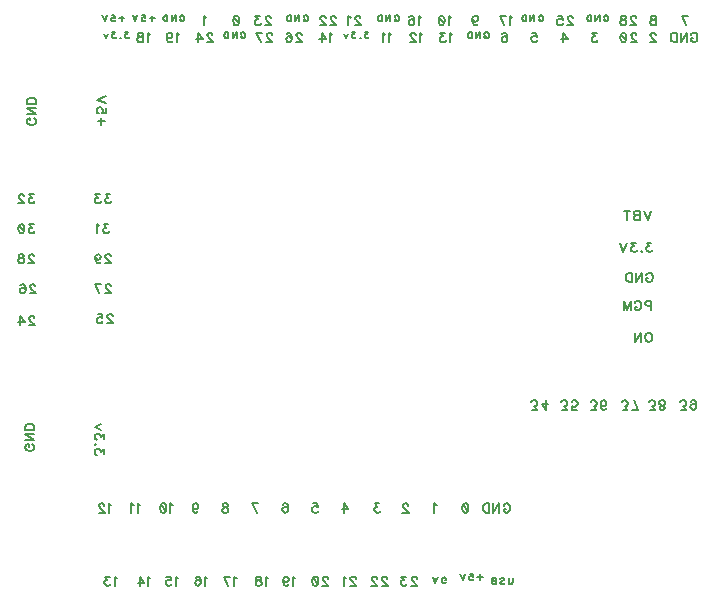
<source format=gbo>
G04 DipTrace 3.3.1.3*
G04 Teensy4RPIlike.gbo*
%MOIN*%
G04 #@! TF.FileFunction,Legend,Bot*
G04 #@! TF.Part,Single*
%ADD109C,0.007*%
%FSLAX26Y26*%
G04*
G70*
G90*
G75*
G01*
G04 BotSilk*
%LPD*%
X734333Y480060D2*
D109*
X731448Y481519D1*
X727137Y485797D1*
Y455686D1*
X710252Y485797D2*
X694500D1*
X703089Y474323D1*
X698778D1*
X695926Y472897D1*
X694500Y471471D1*
X693041Y467160D1*
Y464308D1*
X694500Y459997D1*
X697352Y457112D1*
X701663Y455686D1*
X705974D1*
X710252Y457112D1*
X711678Y458571D1*
X713137Y461423D1*
X846556Y480060D2*
X843671Y481519D1*
X839360Y485797D1*
Y455686D1*
X811001D2*
Y485797D1*
X825360Y465734D1*
X803838D1*
X938604Y480060D2*
X935719Y481519D1*
X931408Y485797D1*
Y455686D1*
X900197Y485797D2*
X914522D1*
X915948Y472897D1*
X914522Y474323D1*
X910211Y475782D1*
X905934D1*
X901623Y474323D1*
X898738Y471471D1*
X897312Y467160D1*
Y464308D1*
X898738Y459997D1*
X901623Y457112D1*
X905934Y455686D1*
X910211D1*
X914522Y457112D1*
X915948Y458571D1*
X917408Y461423D1*
X1035442Y480060D2*
X1032557Y481519D1*
X1028246Y485797D1*
Y455686D1*
X997035Y481519D2*
X998461Y484371D1*
X1002772Y485797D1*
X1005624D1*
X1009935Y484371D1*
X1012820Y480060D1*
X1014246Y472897D1*
Y465734D1*
X1012820Y459997D1*
X1009935Y457112D1*
X1005624Y455686D1*
X1004198D1*
X999920Y457112D1*
X997035Y459997D1*
X995609Y464308D1*
Y465734D1*
X997035Y470045D1*
X999920Y472897D1*
X1004198Y474323D1*
X1005624D1*
X1009935Y472897D1*
X1012820Y470045D1*
X1014246Y465734D1*
X1133740Y480060D2*
X1130855Y481519D1*
X1126544Y485797D1*
Y455686D1*
X1106807D2*
X1092448Y485797D1*
X1112544D1*
X1238254Y480060D2*
X1235369Y481519D1*
X1231058Y485797D1*
Y455686D1*
X1209895Y485797D2*
X1214173Y484371D1*
X1215632Y481519D1*
Y478634D1*
X1214173Y475782D1*
X1211321Y474323D1*
X1205584Y472897D1*
X1201273Y471471D1*
X1198421Y468586D1*
X1196995Y465734D1*
Y461423D1*
X1198421Y458571D1*
X1199847Y457112D1*
X1204158Y455686D1*
X1209895D1*
X1214173Y457112D1*
X1215632Y458571D1*
X1217058Y461423D1*
Y465734D1*
X1215632Y468586D1*
X1212747Y471471D1*
X1208469Y472897D1*
X1202732Y474323D1*
X1199847Y475782D1*
X1198421Y478634D1*
Y481519D1*
X1199847Y484371D1*
X1204158Y485797D1*
X1209895D1*
X1328876Y480060D2*
X1325991Y481519D1*
X1321680Y485797D1*
Y455686D1*
X1289010Y475782D2*
X1290469Y471471D1*
X1293321Y468586D1*
X1297632Y467160D1*
X1299058D1*
X1303369Y468586D1*
X1306221Y471471D1*
X1307680Y475782D1*
Y477208D1*
X1306221Y481519D1*
X1303369Y484371D1*
X1299058Y485797D1*
X1297632D1*
X1293321Y484371D1*
X1290469Y481519D1*
X1289010Y475782D1*
Y468586D1*
X1290469Y461423D1*
X1293321Y457112D1*
X1297632Y455686D1*
X1300484D1*
X1304795Y457112D1*
X1306221Y459997D1*
X1438614Y478634D2*
Y480060D1*
X1437188Y482945D1*
X1435762Y484371D1*
X1432877Y485797D1*
X1427140D1*
X1424288Y484371D1*
X1422862Y482945D1*
X1421403Y480060D1*
Y477208D1*
X1422862Y474323D1*
X1425714Y470045D1*
X1440073Y455686D1*
X1419977D1*
X1397355Y485797D2*
X1401666Y484371D1*
X1404551Y480060D1*
X1405977Y472897D1*
Y468586D1*
X1404551Y461423D1*
X1401666Y457112D1*
X1397355Y455686D1*
X1394503D1*
X1390192Y457112D1*
X1387340Y461423D1*
X1385881Y468586D1*
Y472897D1*
X1387340Y480060D1*
X1390192Y484371D1*
X1394503Y485797D1*
X1397355D1*
X1387340Y480060D2*
X1404551Y461423D1*
X1530662Y478634D2*
Y480060D1*
X1529236Y482945D1*
X1527810Y484371D1*
X1524925Y485797D1*
X1519188D1*
X1516336Y484371D1*
X1514910Y482945D1*
X1513451Y480060D1*
Y477208D1*
X1514910Y474323D1*
X1517762Y470045D1*
X1532121Y455686D1*
X1512025D1*
X1498025Y480060D2*
X1495140Y481519D1*
X1490829Y485797D1*
Y455686D1*
X1635610Y478634D2*
Y480060D1*
X1634184Y482945D1*
X1632758Y484371D1*
X1629873Y485797D1*
X1624136D1*
X1621284Y484371D1*
X1619858Y482945D1*
X1618399Y480060D1*
Y477208D1*
X1619858Y474323D1*
X1622710Y470045D1*
X1637069Y455686D1*
X1616973D1*
X1601514Y478634D2*
Y480060D1*
X1600088Y482945D1*
X1598662Y484371D1*
X1595777Y485797D1*
X1590040D1*
X1587188Y484371D1*
X1585762Y482945D1*
X1584303Y480060D1*
Y477208D1*
X1585762Y474323D1*
X1588614Y470045D1*
X1602973Y455686D1*
X1582877D1*
X2054036Y481543D2*
Y467195D1*
X2053086Y464321D1*
X2051162Y462420D1*
X2048288Y461447D1*
X2046387D1*
X2043513Y462420D1*
X2041590Y464321D1*
X2040639Y467195D1*
Y481543D1*
X2013242Y478669D2*
X2015143Y480592D1*
X2018017Y481543D1*
X2021842D1*
X2024716Y480592D1*
X2026639Y478669D1*
Y476768D1*
X2025666Y474844D1*
X2024716Y473894D1*
X2022814Y472943D1*
X2017066Y471020D1*
X2015143Y470069D1*
X2014192Y469096D1*
X2013242Y467195D1*
Y464321D1*
X2015143Y462420D1*
X2018017Y461447D1*
X2021842D1*
X2024716Y462420D1*
X2026639Y464321D1*
X1999242Y481543D2*
Y461447D1*
X1990620D1*
X1987746Y462420D1*
X1986795Y463371D1*
X1985844Y465272D1*
Y468146D1*
X1986795Y470069D1*
X1987746Y471020D1*
X1990620Y471970D1*
X1987746Y472943D1*
X1986795Y473894D1*
X1985844Y475795D1*
Y477718D1*
X1986795Y479620D1*
X1987746Y480592D1*
X1990620Y481543D1*
X1999242D1*
Y471970D2*
X1990620D1*
X1804487Y483641D2*
X1796816Y463545D1*
X1789166Y483641D1*
X1792040Y476942D2*
X1801613D1*
X1832835Y468320D2*
X1831884Y466419D1*
X1829961Y464495D1*
X1828060Y463545D1*
X1824235D1*
X1822312Y464495D1*
X1820410Y466419D1*
X1819438Y468320D1*
X1818487Y471194D1*
Y475991D1*
X1819438Y478843D1*
X1820411Y480767D1*
X1822312Y482668D1*
X1824235Y483641D1*
X1828060D1*
X1829961Y482668D1*
X1831884Y480767D1*
X1832835Y478843D1*
Y475991D1*
X1828060D1*
X1734308Y478634D2*
Y480060D1*
X1732882Y482945D1*
X1731456Y484371D1*
X1728571Y485797D1*
X1722834D1*
X1719982Y484371D1*
X1718556Y482945D1*
X1717097Y480060D1*
Y477208D1*
X1718556Y474323D1*
X1721408Y470045D1*
X1735767Y455686D1*
X1715671D1*
X1698786Y485797D2*
X1683034D1*
X1691623Y474323D1*
X1687312D1*
X1684460Y472897D1*
X1683034Y471471D1*
X1681575Y467160D1*
Y464308D1*
X1683034Y459997D1*
X1685886Y457112D1*
X1690197Y455686D1*
X1694508D1*
X1698786Y457112D1*
X1700212Y458571D1*
X1701671Y461423D1*
X1945060Y493251D2*
Y476029D1*
X1953660Y484629D2*
X1936438D1*
X1910964Y494677D2*
X1920515D1*
X1921465Y486077D1*
X1920515Y487028D1*
X1917641Y488001D1*
X1914789D1*
X1911915Y487028D1*
X1909991Y485127D1*
X1909041Y482253D1*
Y480351D1*
X1909991Y477477D1*
X1911915Y475554D1*
X1914789Y474603D1*
X1917641D1*
X1920515Y475554D1*
X1921465Y476527D1*
X1922438Y478428D1*
X1895041Y494699D2*
X1887391Y474603D1*
X1879742Y494699D1*
X1492385Y699411D2*
Y729521D1*
X1506744Y709459D1*
X1485222D1*
X1388026Y729521D2*
X1402352D1*
X1403778Y716622D1*
X1402352Y718047D1*
X1398041Y719507D1*
X1393763D1*
X1389452Y718047D1*
X1386567Y715196D1*
X1385141Y710885D1*
Y708033D1*
X1386567Y703722D1*
X1389452Y700837D1*
X1393763Y699411D1*
X1398041D1*
X1402352Y700837D1*
X1403778Y702296D1*
X1405237Y705148D1*
X1287945Y725244D2*
X1289371Y728095D1*
X1293682Y729521D1*
X1296534D1*
X1300845Y728095D1*
X1303730Y723784D1*
X1305156Y716622D1*
Y709459D1*
X1303730Y703722D1*
X1300845Y700837D1*
X1296534Y699411D1*
X1295108D1*
X1290830Y700837D1*
X1287945Y703722D1*
X1286519Y708033D1*
Y709459D1*
X1287945Y713770D1*
X1290830Y716622D1*
X1295108Y718047D1*
X1296534D1*
X1300845Y716622D1*
X1303730Y713770D1*
X1305156Y709459D1*
X1200795Y699411D2*
X1186436Y729521D1*
X1206532D1*
X1099288D2*
X1103565Y728095D1*
X1105025Y725244D1*
Y722358D1*
X1103565Y719507D1*
X1100714Y718047D1*
X1094977Y716622D1*
X1090666Y715196D1*
X1087814Y712310D1*
X1086388Y709459D1*
Y705148D1*
X1087814Y702296D1*
X1089240Y700837D1*
X1093551Y699411D1*
X1099288D1*
X1103565Y700837D1*
X1105025Y702296D1*
X1106451Y705148D1*
Y709459D1*
X1105025Y712310D1*
X1102139Y715196D1*
X1097862Y716622D1*
X1092125Y718047D1*
X1089240Y719507D1*
X1087814Y722358D1*
Y725244D1*
X1089240Y728095D1*
X1093551Y729521D1*
X1099288D1*
X987731Y719507D2*
X989191Y715196D1*
X992043Y712310D1*
X996354Y710885D1*
X997779D1*
X1002091Y712310D1*
X1004942Y715196D1*
X1006402Y719507D1*
Y720933D1*
X1004942Y725244D1*
X1002091Y728095D1*
X997779Y729521D1*
X996354D1*
X992043Y728095D1*
X989191Y725244D1*
X987731Y719507D1*
Y712310D1*
X989191Y705148D1*
X992043Y700837D1*
X996354Y699411D1*
X999205D1*
X1003516Y700837D1*
X1004942Y703722D1*
X920244Y723784D2*
X917359Y725244D1*
X913048Y729521D1*
Y699411D1*
X890426Y729521D2*
X894737Y728095D1*
X897622Y723784D1*
X899048Y716622D1*
Y712310D1*
X897622Y705148D1*
X894737Y700837D1*
X890426Y699411D1*
X887574D1*
X883263Y700837D1*
X880411Y705148D1*
X878952Y712310D1*
Y716622D1*
X880411Y723784D1*
X883263Y728095D1*
X887574Y729521D1*
X890426D1*
X880411Y723784D2*
X897622Y705148D1*
X811465Y723784D2*
X808580Y725244D1*
X804269Y729521D1*
Y699411D1*
X790269Y723784D2*
X787384Y725244D1*
X783073Y729521D1*
Y699411D1*
X715585Y723784D2*
X712700Y725244D1*
X708389Y729521D1*
Y699411D1*
X692930Y722358D2*
Y723784D1*
X691504Y726670D1*
X690078Y728095D1*
X687193Y729521D1*
X681456D1*
X678604Y728095D1*
X677178Y726670D1*
X675719Y723784D1*
Y720933D1*
X677178Y718047D1*
X680030Y713770D1*
X694389Y699411D1*
X674293D1*
X1610190Y729521D2*
X1594439D1*
X1603028Y718047D1*
X1598717D1*
X1595865Y716622D1*
X1594439Y715196D1*
X1592980Y710885D1*
Y708033D1*
X1594439Y703722D1*
X1597291Y700837D1*
X1601602Y699411D1*
X1605913D1*
X1610190Y700837D1*
X1611616Y702296D1*
X1613076Y705148D1*
X1705448Y722358D2*
Y723784D1*
X1704022Y726670D1*
X1702597Y728095D1*
X1699711Y729521D1*
X1693974D1*
X1691123Y728095D1*
X1689697Y726670D1*
X1688238Y723784D1*
Y720933D1*
X1689697Y718047D1*
X1692549Y713770D1*
X1706908Y699411D1*
X1686812D1*
X1800338Y723784D2*
X1797453Y725244D1*
X1793142Y729521D1*
Y699411D1*
X1898048Y729521D2*
X1902359Y728095D1*
X1905244Y723784D1*
X1906670Y716622D1*
Y712310D1*
X1905244Y705148D1*
X1902359Y700837D1*
X1898048Y699411D1*
X1895196D1*
X1890885Y700837D1*
X1888033Y705148D1*
X1886574Y712310D1*
Y716622D1*
X1888033Y723784D1*
X1890885Y728095D1*
X1895196Y729521D1*
X1898048D1*
X1888033Y723784D2*
X1905244Y705148D1*
X2023601Y722392D2*
X2025027Y725244D1*
X2027912Y728129D1*
X2030764Y729555D1*
X2036501D1*
X2039386Y728129D1*
X2042238Y725244D1*
X2043697Y722392D1*
X2045123Y718081D1*
Y710885D1*
X2043697Y706607D1*
X2042238Y703722D1*
X2039386Y700870D1*
X2036501Y699411D1*
X2030764D1*
X2027912Y700870D1*
X2025027Y703722D1*
X2023601Y706607D1*
Y710885D1*
X2030764D1*
X1989505Y729555D2*
Y699411D1*
X2009601Y729555D1*
Y699411D1*
X1975505Y729555D2*
Y699411D1*
X1965457D1*
X1961146Y700870D1*
X1958261Y703722D1*
X1956835Y706607D1*
X1955409Y710885D1*
Y718081D1*
X1956835Y722392D1*
X1958261Y725244D1*
X1961146Y728129D1*
X1965457Y729555D1*
X1975505D1*
X459707Y1347251D2*
Y1348677D1*
X458281Y1351562D1*
X456855Y1352988D1*
X453970Y1354414D1*
X448233D1*
X445381Y1352988D1*
X443955Y1351562D1*
X442496Y1348677D1*
Y1345825D1*
X443955Y1342940D1*
X446807Y1338662D1*
X461166Y1324303D1*
X441070D1*
X412711D2*
Y1354414D1*
X427070Y1334351D1*
X405548D1*
X720753Y1353500D2*
Y1354926D1*
X719327Y1357811D1*
X717901Y1359237D1*
X715016Y1360663D1*
X709279D1*
X706427Y1359237D1*
X705001Y1357811D1*
X703542Y1354926D1*
Y1352074D1*
X705001Y1349189D1*
X707853Y1344911D1*
X722212Y1330552D1*
X702116D1*
X670905Y1360663D2*
X685231D1*
X686657Y1347763D1*
X685231Y1349189D1*
X680920Y1350648D1*
X676642D1*
X672331Y1349189D1*
X669446Y1346337D1*
X668020Y1342026D1*
Y1339174D1*
X669446Y1334863D1*
X672331Y1331978D1*
X676642Y1330552D1*
X680920D1*
X685231Y1331978D1*
X686657Y1333437D1*
X688116Y1336289D1*
X463071Y1453490D2*
Y1454916D1*
X461645Y1457801D1*
X460219Y1459227D1*
X457334Y1460653D1*
X451597D1*
X448745Y1459227D1*
X447319Y1457801D1*
X445860Y1454916D1*
Y1452064D1*
X447319Y1449179D1*
X450171Y1444901D1*
X464530Y1430542D1*
X444434D1*
X413223Y1456375D2*
X414649Y1459227D1*
X418960Y1460653D1*
X421812D1*
X426123Y1459227D1*
X429008Y1454916D1*
X430434Y1447753D1*
Y1440590D1*
X429008Y1434853D1*
X426123Y1431968D1*
X421812Y1430542D1*
X420386D1*
X416108Y1431968D1*
X413223Y1434853D1*
X411797Y1439164D1*
Y1440590D1*
X413223Y1444901D1*
X416108Y1447753D1*
X420386Y1449179D1*
X421812D1*
X426123Y1447753D1*
X429008Y1444901D1*
X430434Y1440590D1*
X714504Y1453490D2*
Y1454916D1*
X713078Y1457801D1*
X711652Y1459227D1*
X708767Y1460653D1*
X703030D1*
X700178Y1459227D1*
X698752Y1457801D1*
X697293Y1454916D1*
Y1452064D1*
X698752Y1449179D1*
X701604Y1444901D1*
X715963Y1430542D1*
X695867D1*
X676130D2*
X661771Y1460653D1*
X681867D1*
X706427Y1660632D2*
X690675D1*
X699264Y1649158D1*
X694953D1*
X692101Y1647732D1*
X690675Y1646306D1*
X689216Y1641995D1*
Y1639143D1*
X690675Y1634832D1*
X693527Y1631947D1*
X697838Y1630521D1*
X702149D1*
X706427Y1631947D1*
X707853Y1633406D1*
X709312Y1636258D1*
X675216Y1654895D2*
X672331Y1656354D1*
X668020Y1660632D1*
Y1630521D1*
X457508Y1760540D2*
X441756D1*
X450345Y1749066D1*
X446034D1*
X443182Y1747640D1*
X441756Y1746214D1*
X440297Y1741903D1*
Y1739051D1*
X441756Y1734740D1*
X444608Y1731855D1*
X448919Y1730429D1*
X453230D1*
X457508Y1731855D1*
X458934Y1733314D1*
X460393Y1736166D1*
X424838Y1753377D2*
Y1754803D1*
X423412Y1757688D1*
X421986Y1759114D1*
X419101Y1760540D1*
X413364D1*
X410512Y1759114D1*
X409086Y1757688D1*
X407627Y1754803D1*
Y1751951D1*
X409086Y1749066D1*
X411938Y1744788D1*
X426297Y1730429D1*
X406201D1*
X713078Y1760621D2*
X697326D1*
X705915Y1749147D1*
X701604D1*
X698752Y1747721D1*
X697326Y1746295D1*
X695867Y1741984D1*
Y1739132D1*
X697326Y1734821D1*
X700178Y1731936D1*
X704489Y1730510D1*
X708800D1*
X713078Y1731936D1*
X714504Y1733395D1*
X715963Y1736247D1*
X678982Y1760621D2*
X663230D1*
X671819Y1749147D1*
X667508D1*
X664656Y1747721D1*
X663230Y1746295D1*
X661771Y1741984D1*
Y1739132D1*
X663230Y1734821D1*
X666082Y1731936D1*
X670393Y1730510D1*
X674704D1*
X678982Y1731936D1*
X680408Y1733395D1*
X681867Y1736247D1*
X458733Y1553479D2*
Y1554905D1*
X457307Y1557790D1*
X455881Y1559216D1*
X452996Y1560642D1*
X447259D1*
X444407Y1559216D1*
X442981Y1557790D1*
X441522Y1554905D1*
Y1552053D1*
X442981Y1549168D1*
X445833Y1544890D1*
X460192Y1530531D1*
X440096D1*
X418933Y1560642D2*
X423211Y1559216D1*
X424670Y1556364D1*
Y1553479D1*
X423211Y1550627D1*
X420359Y1549168D1*
X414622Y1547742D1*
X410311Y1546316D1*
X407459Y1543431D1*
X406033Y1540579D1*
Y1536268D1*
X407459Y1533416D1*
X408885Y1531957D1*
X413196Y1530531D1*
X418933D1*
X423211Y1531957D1*
X424670Y1533416D1*
X426096Y1536268D1*
Y1540579D1*
X424670Y1543431D1*
X421785Y1546316D1*
X417507Y1547742D1*
X411770Y1549168D1*
X408885Y1550627D1*
X407459Y1553479D1*
Y1556364D1*
X408885Y1559216D1*
X413196Y1560642D1*
X418933D1*
X714017Y1553479D2*
Y1554905D1*
X712591Y1557790D1*
X711166Y1559216D1*
X708280Y1560642D1*
X702543D1*
X699692Y1559216D1*
X698266Y1557790D1*
X696807Y1554905D1*
Y1552053D1*
X698266Y1549168D1*
X701118Y1544890D1*
X715477Y1530531D1*
X695381D1*
X662710Y1550627D2*
X664170Y1546316D1*
X667022Y1543431D1*
X671333Y1542005D1*
X672758D1*
X677070Y1543431D1*
X679921Y1546316D1*
X681381Y1550627D1*
Y1552053D1*
X679921Y1556364D1*
X677070Y1559216D1*
X672758Y1560642D1*
X671333D1*
X667022Y1559216D1*
X664170Y1556364D1*
X662710Y1550627D1*
Y1543431D1*
X664170Y1536268D1*
X667022Y1531957D1*
X671333Y1530531D1*
X674184D1*
X678495Y1531957D1*
X679921Y1534842D1*
X457508Y1660550D2*
X441756D1*
X450345Y1649076D1*
X446034D1*
X443182Y1647650D1*
X441756Y1646224D1*
X440297Y1641913D1*
Y1639061D1*
X441756Y1634750D1*
X444608Y1631865D1*
X448919Y1630439D1*
X453230D1*
X457508Y1631865D1*
X458934Y1633325D1*
X460393Y1636176D1*
X417675Y1660550D2*
X421986Y1659124D1*
X424871Y1654813D1*
X426297Y1647650D1*
Y1643339D1*
X424871Y1636176D1*
X421986Y1631865D1*
X417675Y1630439D1*
X414823D1*
X410512Y1631865D1*
X407660Y1636176D1*
X406201Y1643339D1*
Y1647650D1*
X407660Y1654813D1*
X410512Y1659124D1*
X414823Y1660550D1*
X417675D1*
X407660Y1654813D2*
X424871Y1636176D1*
X2510027Y1298245D2*
X2512912Y1296819D1*
X2515764Y1293934D1*
X2517223Y1291082D1*
X2518649Y1286771D1*
Y1279575D1*
X2517223Y1275297D1*
X2515764Y1272412D1*
X2512912Y1269560D1*
X2510027Y1268101D1*
X2504290D1*
X2501438Y1269560D1*
X2498553Y1272412D1*
X2497127Y1275297D1*
X2495702Y1279575D1*
Y1286771D1*
X2497127Y1291082D1*
X2498553Y1293934D1*
X2501438Y1296819D1*
X2504290Y1298245D1*
X2510027D1*
X2461606D2*
Y1268101D1*
X2481702Y1298245D1*
Y1268101D1*
X2516675Y1388699D2*
X2503742D1*
X2499464Y1390125D1*
X2498005Y1391584D1*
X2496579Y1394436D1*
Y1398747D1*
X2498005Y1401599D1*
X2499464Y1403058D1*
X2503742Y1404484D1*
X2516675D1*
Y1374340D1*
X2461057Y1397321D2*
X2462483Y1400173D1*
X2465368Y1403058D1*
X2468220Y1404484D1*
X2473957D1*
X2476842Y1403058D1*
X2479694Y1400173D1*
X2481153Y1397321D1*
X2482579Y1393010D1*
Y1385814D1*
X2481153Y1381536D1*
X2479694Y1378651D1*
X2476842Y1375799D1*
X2473957Y1374340D1*
X2468220D1*
X2465368Y1375799D1*
X2462483Y1378651D1*
X2461057Y1381536D1*
Y1385814D1*
X2468220D1*
X2424109Y1374340D2*
Y1404484D1*
X2435583Y1374340D1*
X2447057Y1404484D1*
Y1374340D1*
X2516751Y1598180D2*
X2500999D1*
X2509588Y1586706D1*
X2505277D1*
X2502425Y1585280D1*
X2500999Y1583854D1*
X2499540Y1579543D1*
Y1576691D1*
X2500999Y1572380D1*
X2503851Y1569495D1*
X2508162Y1568069D1*
X2512473D1*
X2516751Y1569495D1*
X2518177Y1570954D1*
X2519636Y1573806D1*
X2484114Y1570954D2*
X2485540Y1569495D1*
X2484114Y1568069D1*
X2482655Y1569495D1*
X2484114Y1570954D1*
X2465770Y1598180D2*
X2450018D1*
X2458607Y1586706D1*
X2454296D1*
X2451444Y1585280D1*
X2450018Y1583854D1*
X2448559Y1579543D1*
Y1576691D1*
X2450018Y1572380D1*
X2452870Y1569495D1*
X2457181Y1568069D1*
X2461492D1*
X2465770Y1569495D1*
X2467196Y1570954D1*
X2468655Y1573806D1*
X2434559Y1598213D2*
X2423085Y1568069D1*
X2411611Y1598213D1*
X2515249Y1704452D2*
X2503775Y1674308D1*
X2492301Y1704452D1*
X2478301D2*
Y1674308D1*
X2465368D1*
X2461057Y1675767D1*
X2459631Y1677193D1*
X2458205Y1680045D1*
Y1684356D1*
X2459631Y1687241D1*
X2461057Y1688667D1*
X2465368Y1690093D1*
X2461057Y1691552D1*
X2459631Y1692978D1*
X2458205Y1695830D1*
Y1698715D1*
X2459631Y1701567D1*
X2461057Y1703026D1*
X2465368Y1704452D1*
X2478301D1*
Y1690093D2*
X2465368D1*
X2434157Y1704452D2*
Y1674308D1*
X2444205Y1704452D2*
X2424109D1*
X2499490Y1491061D2*
X2500916Y1493913D1*
X2503801Y1496798D1*
X2506653Y1498224D1*
X2512390D1*
X2515275Y1496798D1*
X2518127Y1493913D1*
X2519586Y1491061D1*
X2521012Y1486750D1*
Y1479554D1*
X2519586Y1475276D1*
X2518127Y1472391D1*
X2515275Y1469539D1*
X2512390Y1468080D1*
X2506653D1*
X2503801Y1469539D1*
X2500916Y1472391D1*
X2499490Y1475276D1*
Y1479554D1*
X2506653D1*
X2465394Y1498224D2*
Y1468080D1*
X2485490Y1498224D1*
Y1468080D1*
X2451394Y1498224D2*
Y1468080D1*
X2441346D1*
X2437035Y1469539D1*
X2434150Y1472391D1*
X2432724Y1475276D1*
X2431298Y1479554D1*
Y1486750D1*
X2432724Y1491061D1*
X2434150Y1493913D1*
X2437035Y1496798D1*
X2441346Y1498224D1*
X2451394D1*
X2119215Y1042679D2*
X2134967D1*
X2126378Y1054153D1*
X2130689D1*
X2133541Y1055579D1*
X2134967Y1057005D1*
X2136426Y1061316D1*
Y1064168D1*
X2134967Y1068479D1*
X2132115Y1071364D1*
X2127804Y1072790D1*
X2123493D1*
X2119215Y1071364D1*
X2117789Y1069905D1*
X2116330Y1067053D1*
X2164785Y1072790D2*
Y1042679D1*
X2150426Y1062742D1*
X2171948D1*
X2219111Y1042679D2*
X2234863D1*
X2226274Y1054153D1*
X2230585D1*
X2233437Y1055579D1*
X2234863Y1057005D1*
X2236322Y1061316D1*
Y1064168D1*
X2234863Y1068479D1*
X2232011Y1071364D1*
X2227700Y1072790D1*
X2223389D1*
X2219111Y1071364D1*
X2217685Y1069905D1*
X2216226Y1067053D1*
X2267533Y1042679D2*
X2253207D1*
X2251781Y1055579D1*
X2253207Y1054153D1*
X2257518Y1052694D1*
X2261796D1*
X2266107Y1054153D1*
X2268992Y1057005D1*
X2270418Y1061316D1*
Y1064168D1*
X2268992Y1068479D1*
X2266107Y1071364D1*
X2261796Y1072790D1*
X2257518D1*
X2253207Y1071364D1*
X2251781Y1069905D1*
X2250322Y1067053D1*
X2316654Y1042679D2*
X2332406D1*
X2323817Y1054153D1*
X2328128D1*
X2330980Y1055579D1*
X2332406Y1057005D1*
X2333865Y1061316D1*
Y1064168D1*
X2332406Y1068479D1*
X2329554Y1071364D1*
X2325243Y1072790D1*
X2320932D1*
X2316654Y1071364D1*
X2315228Y1069905D1*
X2313769Y1067053D1*
X2365076Y1046957D2*
X2363650Y1044105D1*
X2359339Y1042679D1*
X2356487D1*
X2352176Y1044105D1*
X2349291Y1048416D1*
X2347865Y1055579D1*
Y1062742D1*
X2349291Y1068479D1*
X2352176Y1071364D1*
X2356487Y1072790D1*
X2357913D1*
X2362191Y1071364D1*
X2365076Y1068479D1*
X2366502Y1064168D1*
Y1062742D1*
X2365076Y1058431D1*
X2362191Y1055579D1*
X2357913Y1054153D1*
X2356487D1*
X2352176Y1055579D1*
X2349291Y1058431D1*
X2347865Y1062742D1*
X2420364Y1042679D2*
X2436116D1*
X2427527Y1054153D1*
X2431838D1*
X2434690Y1055579D1*
X2436116Y1057005D1*
X2437575Y1061316D1*
Y1064168D1*
X2436116Y1068479D1*
X2433264Y1071364D1*
X2428953Y1072790D1*
X2424642D1*
X2420364Y1071364D1*
X2418938Y1069905D1*
X2417479Y1067053D1*
X2457312Y1072790D2*
X2471671Y1042679D1*
X2451575D1*
X2511564D2*
X2527316D1*
X2518727Y1054153D1*
X2523038D1*
X2525890Y1055579D1*
X2527316Y1057005D1*
X2528775Y1061316D1*
Y1064168D1*
X2527316Y1068479D1*
X2524464Y1071364D1*
X2520153Y1072790D1*
X2515842D1*
X2511564Y1071364D1*
X2510138Y1069905D1*
X2508679Y1067053D1*
X2549938Y1042679D2*
X2545660Y1044105D1*
X2544201Y1046957D1*
Y1049842D1*
X2545660Y1052694D1*
X2548512Y1054153D1*
X2554249Y1055579D1*
X2558560Y1057005D1*
X2561412Y1059890D1*
X2562838Y1062742D1*
Y1067053D1*
X2561412Y1069905D1*
X2559986Y1071364D1*
X2555675Y1072790D1*
X2549938D1*
X2545660Y1071364D1*
X2544201Y1069905D1*
X2542775Y1067053D1*
Y1062742D1*
X2544201Y1059890D1*
X2547086Y1057005D1*
X2551364Y1055579D1*
X2557101Y1054153D1*
X2559986Y1052694D1*
X2561412Y1049842D1*
Y1046957D1*
X2559986Y1044105D1*
X2555675Y1042679D1*
X2549938D1*
X2615664D2*
X2631416D1*
X2622827Y1054153D1*
X2627138D1*
X2629990Y1055579D1*
X2631416Y1057005D1*
X2632875Y1061316D1*
Y1064168D1*
X2631416Y1068479D1*
X2628564Y1071364D1*
X2624253Y1072790D1*
X2619942D1*
X2615664Y1071364D1*
X2614238Y1069905D1*
X2612779Y1067053D1*
X2665545Y1052694D2*
X2664086Y1057005D1*
X2661234Y1059890D1*
X2656923Y1061316D1*
X2655497D1*
X2651186Y1059890D1*
X2648334Y1057005D1*
X2646875Y1052694D1*
Y1051268D1*
X2648334Y1046957D1*
X2651186Y1044105D1*
X2655497Y1042679D1*
X2656923D1*
X2661234Y1044105D1*
X2664086Y1046957D1*
X2665545Y1052694D1*
Y1059890D1*
X2664086Y1067053D1*
X2661234Y1071364D1*
X2656923Y1072790D1*
X2654071D1*
X2649760Y1071364D1*
X2648334Y1068479D1*
X2223558Y2267996D2*
Y2298107D1*
X2237917Y2278044D1*
X2216396D1*
X2119199Y2298107D2*
X2133525D1*
X2134951Y2285207D1*
X2133525Y2286633D1*
X2129214Y2288092D1*
X2124936D1*
X2120625Y2286633D1*
X2117740Y2283781D1*
X2116314Y2279470D1*
Y2276618D1*
X2117740Y2272307D1*
X2120625Y2269422D1*
X2124936Y2267996D1*
X2129214D1*
X2133525Y2269422D1*
X2134951Y2270881D1*
X2136410Y2273733D1*
X2019118Y2293829D2*
X2020544Y2296681D1*
X2024855Y2298107D1*
X2027707D1*
X2032018Y2296681D1*
X2034903Y2292370D1*
X2036329Y2285207D1*
Y2278044D1*
X2034903Y2272307D1*
X2032018Y2269422D1*
X2027707Y2267996D1*
X2026281D1*
X2022003Y2269422D1*
X2019118Y2272307D1*
X2017692Y2276618D1*
Y2278044D1*
X2019118Y2282355D1*
X2022003Y2285207D1*
X2026281Y2286633D1*
X2027707D1*
X2032018Y2285207D1*
X2034903Y2282355D1*
X2036329Y2278044D1*
X2631895Y2324240D2*
X2617536Y2354351D1*
X2637632D1*
X2526160D2*
X2530438Y2352925D1*
X2531897Y2350073D1*
Y2347188D1*
X2530438Y2344336D1*
X2527586Y2342877D1*
X2521849Y2341451D1*
X2517538Y2340025D1*
X2514686Y2337140D1*
X2513260Y2334288D1*
Y2329977D1*
X2514686Y2327125D1*
X2516112Y2325666D1*
X2520423Y2324240D1*
X2526160D1*
X2530438Y2325666D1*
X2531897Y2327125D1*
X2533323Y2329977D1*
Y2334288D1*
X2531897Y2337140D1*
X2529012Y2340025D1*
X2524734Y2341451D1*
X2518997Y2342877D1*
X2516112Y2344336D1*
X2514686Y2347188D1*
Y2350073D1*
X2516112Y2352925D1*
X2520423Y2354351D1*
X2526160D1*
X1920112Y2344336D2*
X1921571Y2340025D1*
X1924423Y2337140D1*
X1928734Y2335714D1*
X1930160D1*
X1934471Y2337140D1*
X1937323Y2340025D1*
X1938782Y2344336D1*
Y2345762D1*
X1937323Y2350073D1*
X1934471Y2352925D1*
X1930160Y2354351D1*
X1928734D1*
X1924423Y2352925D1*
X1921571Y2350073D1*
X1920112Y2344336D1*
Y2337140D1*
X1921571Y2329977D1*
X1924423Y2325666D1*
X1928734Y2324240D1*
X1931586D1*
X1935897Y2325666D1*
X1937323Y2328551D1*
X1848398Y2348614D2*
X1845513Y2350073D1*
X1841202Y2354351D1*
Y2324240D1*
X1818579Y2354351D2*
X1822890Y2352925D1*
X1825776Y2348614D1*
X1827202Y2341451D1*
Y2337140D1*
X1825776Y2329977D1*
X1822890Y2325666D1*
X1818579Y2324240D1*
X1815728D1*
X1811417Y2325666D1*
X1808565Y2329977D1*
X1807106Y2337140D1*
Y2341451D1*
X1808565Y2348614D1*
X1811417Y2352925D1*
X1815728Y2354351D1*
X1818579D1*
X1808565Y2348614D2*
X1825776Y2329977D1*
X1648877Y2292370D2*
X1645992Y2293829D1*
X1641681Y2298107D1*
Y2267996D1*
X1627681Y2292370D2*
X1624796Y2293829D1*
X1620485Y2298107D1*
Y2267996D1*
X1752976Y2292370D2*
X1750091Y2293829D1*
X1745780Y2298107D1*
Y2267996D1*
X1730321Y2290944D2*
Y2292370D1*
X1728895Y2295255D1*
X1727469Y2296681D1*
X1724584Y2298107D1*
X1718847D1*
X1715995Y2296681D1*
X1714569Y2295255D1*
X1713110Y2292370D1*
Y2289518D1*
X1714569Y2286633D1*
X1717421Y2282355D1*
X1731780Y2267996D1*
X1711684D1*
X2335114Y2298107D2*
X2319363D1*
X2327951Y2286633D1*
X2323640D1*
X2320788Y2285207D1*
X2319363Y2283781D1*
X2317903Y2279470D1*
Y2276618D1*
X2319363Y2272307D1*
X2322214Y2269422D1*
X2326525Y2267996D1*
X2330836D1*
X2335114Y2269422D1*
X2336540Y2270881D1*
X2337999Y2273733D1*
X2530362Y2290944D2*
Y2292370D1*
X2528936Y2295255D1*
X2527510Y2296681D1*
X2524625Y2298107D1*
X2518888D1*
X2516036Y2296681D1*
X2514610Y2295255D1*
X2513151Y2292370D1*
Y2289518D1*
X2514610Y2286633D1*
X2517462Y2282355D1*
X2531821Y2267996D1*
X2511725D1*
X1031693Y2348614D2*
X1028808Y2350073D1*
X1024497Y2354351D1*
Y2324240D1*
X1133628Y2354351D2*
X1137939Y2352925D1*
X1140824Y2348614D1*
X1142250Y2341451D1*
Y2337140D1*
X1140824Y2329977D1*
X1137939Y2325666D1*
X1133628Y2324240D1*
X1130776D1*
X1126465Y2325666D1*
X1123613Y2329977D1*
X1122154Y2337140D1*
Y2341451D1*
X1123613Y2348614D1*
X1126465Y2352925D1*
X1130776Y2354351D1*
X1133628D1*
X1123613Y2348614D2*
X1140824Y2329977D1*
X2648535Y2290977D2*
X2649961Y2293829D1*
X2652846Y2296714D1*
X2655698Y2298140D1*
X2661435D1*
X2664320Y2296714D1*
X2667172Y2293829D1*
X2668631Y2290977D1*
X2670057Y2286666D1*
Y2279470D1*
X2668631Y2275192D1*
X2667172Y2272307D1*
X2664320Y2269455D1*
X2661435Y2267996D1*
X2655698D1*
X2652846Y2269455D1*
X2649961Y2272307D1*
X2648535Y2275192D1*
Y2279470D1*
X2655698D1*
X2614439Y2298140D2*
Y2267996D1*
X2634535Y2298140D1*
Y2267996D1*
X2600439Y2298140D2*
Y2267996D1*
X2590391D1*
X2586080Y2269455D1*
X2583195Y2272307D1*
X2581769Y2275192D1*
X2580343Y2279470D1*
Y2286666D1*
X2581769Y2290977D1*
X2583195Y2293829D1*
X2586080Y2296714D1*
X2590391Y2298140D1*
X2600439D1*
X1852966Y2292370D2*
X1850081Y2293829D1*
X1845770Y2298107D1*
Y2267996D1*
X1828885Y2298107D2*
X1813133D1*
X1821722Y2286633D1*
X1817411D1*
X1814559Y2285207D1*
X1813133Y2283781D1*
X1811674Y2279470D1*
Y2276618D1*
X1813133Y2272307D1*
X1815985Y2269422D1*
X1820296Y2267996D1*
X1824607D1*
X1828885Y2269422D1*
X1830311Y2270881D1*
X1831770Y2273733D1*
X1452742Y2292370D2*
X1449857Y2293829D1*
X1445546Y2298107D1*
Y2267996D1*
X1417187D2*
Y2298107D1*
X1431546Y2278044D1*
X1410024D1*
X1747890Y2348614D2*
X1745005Y2350073D1*
X1740694Y2354351D1*
Y2324240D1*
X1709483Y2350073D2*
X1710909Y2352925D1*
X1715220Y2354351D1*
X1718072D1*
X1722383Y2352925D1*
X1725268Y2348614D1*
X1726694Y2341451D1*
Y2334288D1*
X1725268Y2328551D1*
X1722383Y2325666D1*
X1718072Y2324240D1*
X1716646D1*
X1712368Y2325666D1*
X1709483Y2328551D1*
X1708057Y2332862D1*
Y2334288D1*
X1709483Y2338599D1*
X1712368Y2341451D1*
X1716646Y2342877D1*
X1718072D1*
X1722383Y2341451D1*
X1725268Y2338599D1*
X1726694Y2334288D1*
X2051789Y2348614D2*
X2048904Y2350073D1*
X2044593Y2354351D1*
Y2324240D1*
X2024856D2*
X2010497Y2354351D1*
X2030593D1*
X844546Y2292370D2*
X841660Y2293829D1*
X837349Y2298107D1*
Y2267996D1*
X816187Y2298107D2*
X820464Y2296681D1*
X821924Y2293829D1*
Y2290944D1*
X820464Y2288092D1*
X817612Y2286633D1*
X811875Y2285207D1*
X807564Y2283781D1*
X804713Y2280896D1*
X803287Y2278044D1*
Y2273733D1*
X804713Y2270881D1*
X806139Y2269422D1*
X810450Y2267996D1*
X816187D1*
X820464Y2269422D1*
X821924Y2270881D1*
X823349Y2273733D1*
Y2278044D1*
X821924Y2280896D1*
X819038Y2283781D1*
X814761Y2285207D1*
X809024Y2286633D1*
X806139Y2288092D1*
X804713Y2290944D1*
Y2293829D1*
X806139Y2296681D1*
X810450Y2298107D1*
X816187D1*
X941417Y2292370D2*
X938531Y2293829D1*
X934220Y2298107D1*
Y2267996D1*
X901550Y2288092D2*
X903010Y2283781D1*
X905861Y2280896D1*
X910172Y2279470D1*
X911598D1*
X915909Y2280896D1*
X918761Y2283781D1*
X920220Y2288092D1*
Y2289518D1*
X918761Y2293829D1*
X915909Y2296681D1*
X911598Y2298107D1*
X910172D1*
X905861Y2296681D1*
X903010Y2293829D1*
X901550Y2288092D1*
Y2280896D1*
X903010Y2273733D1*
X905861Y2269422D1*
X910172Y2267996D1*
X913024D1*
X917335Y2269422D1*
X918761Y2272307D1*
X2466048Y2290944D2*
Y2292370D1*
X2464622Y2295255D1*
X2463196Y2296681D1*
X2460311Y2298107D1*
X2454574D1*
X2451723Y2296681D1*
X2450297Y2295255D1*
X2448837Y2292370D1*
Y2289518D1*
X2450297Y2286633D1*
X2453148Y2282355D1*
X2467507Y2267996D1*
X2447411D1*
X2424789Y2298107D2*
X2429100Y2296681D1*
X2431986Y2292370D1*
X2433411Y2285207D1*
Y2280896D1*
X2431986Y2273733D1*
X2429100Y2269422D1*
X2424789Y2267996D1*
X2421938D1*
X2417627Y2269422D1*
X2414775Y2273733D1*
X2413315Y2280896D1*
Y2285207D1*
X2414775Y2292370D1*
X2417627Y2296681D1*
X2421938Y2298107D1*
X2424789D1*
X2414775Y2292370D2*
X2431986Y2273733D1*
X1546475Y2347188D2*
Y2348614D1*
X1545049Y2351499D1*
X1543623Y2352925D1*
X1540738Y2354351D1*
X1535001D1*
X1532149Y2352925D1*
X1530723Y2351499D1*
X1529264Y2348614D1*
Y2345762D1*
X1530723Y2342877D1*
X1533575Y2338599D1*
X1547934Y2324240D1*
X1527838D1*
X1513838Y2348614D2*
X1510953Y2350073D1*
X1506642Y2354351D1*
Y2324240D1*
X1464716Y2347188D2*
Y2348614D1*
X1463290Y2351499D1*
X1461864Y2352925D1*
X1458979Y2354351D1*
X1453242D1*
X1450390Y2352925D1*
X1448965Y2351499D1*
X1447505Y2348614D1*
Y2345762D1*
X1448965Y2342877D1*
X1451816Y2338599D1*
X1466175Y2324240D1*
X1446079D1*
X1430620Y2347188D2*
Y2348614D1*
X1429194Y2351499D1*
X1427768Y2352925D1*
X1424883Y2354351D1*
X1419146D1*
X1416294Y2352925D1*
X1414869Y2351499D1*
X1413409Y2348614D1*
Y2345762D1*
X1414869Y2342877D1*
X1417720Y2338599D1*
X1432079Y2324240D1*
X1411983D1*
X1247949Y2347188D2*
Y2348614D1*
X1246523Y2351499D1*
X1245097Y2352925D1*
X1242212Y2354351D1*
X1236475D1*
X1233623Y2352925D1*
X1232197Y2351499D1*
X1230738Y2348614D1*
Y2345762D1*
X1232197Y2342877D1*
X1235049Y2338599D1*
X1249408Y2324240D1*
X1229312D1*
X1212427Y2354351D2*
X1196675D1*
X1205264Y2342877D1*
X1200953D1*
X1198101Y2341451D1*
X1196675Y2340025D1*
X1195216Y2335714D1*
Y2332862D1*
X1196675Y2328551D1*
X1199527Y2325666D1*
X1203838Y2324240D1*
X1208149D1*
X1212427Y2325666D1*
X1213853Y2327125D1*
X1215312Y2329977D1*
X751435Y2355556D2*
Y2338334D1*
X760035Y2346934D2*
X742813D1*
X717339Y2356982D2*
X726890D1*
X727841Y2348382D1*
X726890Y2349332D1*
X724016Y2350305D1*
X721164D1*
X718290Y2349332D1*
X716367Y2347431D1*
X715416Y2344557D1*
Y2342656D1*
X716367Y2339782D1*
X718290Y2337858D1*
X721164Y2336908D1*
X724016D1*
X726890Y2337858D1*
X727841Y2338831D1*
X728813Y2340732D1*
X701416Y2357004D2*
X693767Y2336908D1*
X686117Y2357004D1*
X853321Y2355556D2*
Y2338334D1*
X861921Y2346934D2*
X844699D1*
X819225Y2356982D2*
X828776D1*
X829726Y2348382D1*
X828776Y2349332D1*
X825902Y2350305D1*
X823050D1*
X820176Y2349332D1*
X818252Y2347431D1*
X817302Y2344557D1*
Y2342656D1*
X818252Y2339782D1*
X820176Y2337858D1*
X823050Y2336908D1*
X825902D1*
X828776Y2337858D1*
X829726Y2338831D1*
X830699Y2340732D1*
X803302Y2357004D2*
X795652Y2336908D1*
X788003Y2357004D1*
X1357168Y2352228D2*
X1358119Y2354130D1*
X1360042Y2356053D1*
X1361943Y2357004D1*
X1365768D1*
X1367691Y2356053D1*
X1369592Y2354130D1*
X1370565Y2352228D1*
X1371516Y2349354D1*
Y2344557D1*
X1370565Y2341705D1*
X1369592Y2339782D1*
X1367691Y2337880D1*
X1365768Y2336908D1*
X1361943D1*
X1360042Y2337880D1*
X1358119Y2339782D1*
X1357168Y2341705D1*
Y2344557D1*
X1361943D1*
X1329771Y2357004D2*
Y2336908D1*
X1343168Y2357004D1*
Y2336908D1*
X1315771Y2357004D2*
Y2336908D1*
X1309072D1*
X1306198Y2337880D1*
X1304275Y2339782D1*
X1303324Y2341705D1*
X1302373Y2344557D1*
Y2349354D1*
X1303324Y2352228D1*
X1304275Y2354130D1*
X1306198Y2356053D1*
X1309072Y2357004D1*
X1315771D1*
X2140802Y2352228D2*
X2141752Y2354130D1*
X2143676Y2356053D1*
X2145577Y2357004D1*
X2149402D1*
X2151325Y2356053D1*
X2153226Y2354130D1*
X2154199Y2352228D1*
X2155150Y2349354D1*
Y2344557D1*
X2154199Y2341705D1*
X2153226Y2339782D1*
X2151325Y2337880D1*
X2149402Y2336908D1*
X2145577D1*
X2143676Y2337880D1*
X2141752Y2339782D1*
X2140802Y2341705D1*
Y2344557D1*
X2145577D1*
X2113404Y2357004D2*
Y2336908D1*
X2126802Y2357004D1*
Y2336908D1*
X2099404Y2357004D2*
Y2336908D1*
X2092706D1*
X2089832Y2337880D1*
X2087908Y2339782D1*
X2086958Y2341705D1*
X2086007Y2344557D1*
Y2349354D1*
X2086958Y2352228D1*
X2087908Y2354130D1*
X2089832Y2356053D1*
X2092706Y2357004D1*
X2099404D1*
X1960209Y2295984D2*
X1961159Y2297886D1*
X1963083Y2299809D1*
X1964984Y2300760D1*
X1968809D1*
X1970732Y2299809D1*
X1972633Y2297886D1*
X1973606Y2295984D1*
X1974557Y2293110D1*
Y2288313D1*
X1973606Y2285461D1*
X1972633Y2283538D1*
X1970732Y2281636D1*
X1968809Y2280664D1*
X1964984D1*
X1963083Y2281636D1*
X1961159Y2283538D1*
X1960209Y2285461D1*
Y2288313D1*
X1964984D1*
X1932811Y2300760D2*
Y2280664D1*
X1946209Y2300760D1*
Y2280664D1*
X1918811Y2300760D2*
Y2280664D1*
X1912113D1*
X1909239Y2281636D1*
X1907315Y2283538D1*
X1906365Y2285461D1*
X1905414Y2288313D1*
Y2293110D1*
X1906365Y2295984D1*
X1907315Y2297886D1*
X1909239Y2299809D1*
X1912113Y2300760D1*
X1918811D1*
X944684Y2352228D2*
X945634Y2354130D1*
X947558Y2356053D1*
X949459Y2357004D1*
X953284D1*
X955207Y2356053D1*
X957108Y2354130D1*
X958081Y2352228D1*
X959032Y2349354D1*
Y2344557D1*
X958081Y2341705D1*
X957108Y2339782D1*
X955207Y2337880D1*
X953284Y2336908D1*
X949459D1*
X947558Y2337880D1*
X945634Y2339782D1*
X944684Y2341705D1*
Y2344557D1*
X949459D1*
X917286Y2357004D2*
Y2336908D1*
X930684Y2357004D1*
Y2336908D1*
X903286Y2357004D2*
Y2336908D1*
X896588D1*
X893714Y2337880D1*
X891790Y2339782D1*
X890840Y2341705D1*
X889889Y2344557D1*
Y2349354D1*
X890840Y2352228D1*
X891790Y2354130D1*
X893714Y2356053D1*
X896588Y2357004D1*
X903286D1*
X2254600Y2347188D2*
Y2348614D1*
X2253174Y2351499D1*
X2251748Y2352925D1*
X2248863Y2354351D1*
X2243126D1*
X2240274Y2352925D1*
X2238848Y2351499D1*
X2237389Y2348614D1*
Y2345762D1*
X2238848Y2342877D1*
X2241700Y2338599D1*
X2256059Y2324240D1*
X2235963D1*
X2204752Y2354351D2*
X2219078D1*
X2220504Y2341451D1*
X2219078Y2342877D1*
X2214767Y2344336D1*
X2210489D1*
X2206178Y2342877D1*
X2203293Y2340025D1*
X2201867Y2335714D1*
Y2332862D1*
X2203293Y2328551D1*
X2206178Y2325666D1*
X2210489Y2324240D1*
X2214767D1*
X2219078Y2325666D1*
X2220504Y2327125D1*
X2221963Y2329977D1*
X2357569Y2352228D2*
X2358520Y2354130D1*
X2360443Y2356053D1*
X2362345Y2357004D1*
X2366169D1*
X2368093Y2356053D1*
X2369994Y2354130D1*
X2370967Y2352228D1*
X2371917Y2349354D1*
Y2344557D1*
X2370967Y2341705D1*
X2369994Y2339782D1*
X2368093Y2337880D1*
X2366169Y2336908D1*
X2362345D1*
X2360443Y2337880D1*
X2358520Y2339782D1*
X2357569Y2341705D1*
Y2344557D1*
X2362345D1*
X2330172Y2357004D2*
Y2336908D1*
X2343569Y2357004D1*
Y2336908D1*
X2316172Y2357004D2*
Y2336908D1*
X2309473D1*
X2306599Y2337880D1*
X2304676Y2339782D1*
X2303725Y2341705D1*
X2302775Y2344557D1*
Y2349354D1*
X2303725Y2352228D1*
X2304676Y2354130D1*
X2306599Y2356053D1*
X2309473Y2357004D1*
X2316172D1*
X2465085Y2347188D2*
Y2348614D1*
X2463659Y2351499D1*
X2462233Y2352925D1*
X2459348Y2354351D1*
X2453611D1*
X2450759Y2352925D1*
X2449333Y2351499D1*
X2447874Y2348614D1*
Y2345762D1*
X2449333Y2342877D1*
X2452185Y2338599D1*
X2466544Y2324240D1*
X2446448D1*
X2425285Y2354351D2*
X2429563Y2352925D1*
X2431022Y2350073D1*
Y2347188D1*
X2429563Y2344336D1*
X2426711Y2342877D1*
X2420974Y2341451D1*
X2416663Y2340025D1*
X2413811Y2337140D1*
X2412385Y2334288D1*
Y2329977D1*
X2413811Y2327125D1*
X2415237Y2325666D1*
X2419548Y2324240D1*
X2425285D1*
X2429563Y2325666D1*
X2431022Y2327125D1*
X2432448Y2329977D1*
Y2334288D1*
X2431022Y2337140D1*
X2428137Y2340025D1*
X2423859Y2341451D1*
X2418122Y2342877D1*
X2415237Y2344336D1*
X2413811Y2347188D1*
Y2350073D1*
X2415237Y2352925D1*
X2419548Y2354351D1*
X2425285D1*
X772635Y2300738D2*
X762134D1*
X767860Y2293088D1*
X764986D1*
X763085Y2292138D1*
X762134Y2291187D1*
X761161Y2288313D1*
Y2286412D1*
X762134Y2283538D1*
X764035Y2281614D1*
X766909Y2280664D1*
X769783D1*
X772635Y2281614D1*
X773586Y2282587D1*
X774559Y2284488D1*
X746211Y2282587D2*
X747161Y2281614D1*
X746211Y2280664D1*
X745238Y2281614D1*
X746211Y2282587D1*
X729315Y2300738D2*
X718813D1*
X724539Y2293088D1*
X721665D1*
X719764Y2292138D1*
X718813Y2291187D1*
X717841Y2288313D1*
Y2286412D1*
X718813Y2283538D1*
X720715Y2281614D1*
X723589Y2280664D1*
X726463D1*
X729315Y2281614D1*
X730265Y2282587D1*
X731238Y2284488D1*
X703841Y2294061D2*
X698093Y2280664D1*
X692367Y2294061D1*
X1053394Y2290944D2*
Y2292370D1*
X1051968Y2295255D1*
X1050542Y2296681D1*
X1047657Y2298107D1*
X1041920D1*
X1039068Y2296681D1*
X1037642Y2295255D1*
X1036183Y2292370D1*
Y2289518D1*
X1037642Y2286633D1*
X1040494Y2282355D1*
X1054853Y2267996D1*
X1034757D1*
X1006398D2*
Y2298107D1*
X1020757Y2278044D1*
X999235D1*
X1147794Y2295984D2*
X1148745Y2297886D1*
X1150668Y2299809D1*
X1152569Y2300760D1*
X1156394D1*
X1158317Y2299809D1*
X1160218Y2297886D1*
X1161191Y2295984D1*
X1162142Y2293110D1*
Y2288313D1*
X1161191Y2285461D1*
X1160218Y2283538D1*
X1158317Y2281636D1*
X1156394Y2280664D1*
X1152569D1*
X1150668Y2281636D1*
X1148745Y2283538D1*
X1147794Y2285461D1*
Y2288313D1*
X1152569D1*
X1120397Y2300760D2*
Y2280664D1*
X1133794Y2300760D1*
Y2280664D1*
X1106397Y2300760D2*
Y2280664D1*
X1099698D1*
X1096824Y2281636D1*
X1094900Y2283538D1*
X1093950Y2285461D1*
X1092999Y2288313D1*
Y2293110D1*
X1093950Y2295984D1*
X1094900Y2297886D1*
X1096824Y2299809D1*
X1099698Y2300760D1*
X1106397D1*
X1251947Y2290944D2*
Y2292370D1*
X1250521Y2295255D1*
X1249095Y2296681D1*
X1246210Y2298107D1*
X1240473D1*
X1237621Y2296681D1*
X1236196Y2295255D1*
X1234736Y2292370D1*
Y2289518D1*
X1236196Y2286633D1*
X1239047Y2282355D1*
X1253406Y2267996D1*
X1233310D1*
X1213573D2*
X1199214Y2298107D1*
X1219310D1*
X1350478Y2290944D2*
Y2292370D1*
X1349052Y2295255D1*
X1347626Y2296681D1*
X1344741Y2298107D1*
X1339004D1*
X1336152Y2296681D1*
X1334726Y2295255D1*
X1333267Y2292370D1*
Y2289518D1*
X1334726Y2286633D1*
X1337578Y2282355D1*
X1351937Y2267996D1*
X1331841D1*
X1300630Y2293829D2*
X1302056Y2296681D1*
X1306367Y2298107D1*
X1309219D1*
X1313530Y2296681D1*
X1316415Y2292370D1*
X1317841Y2285207D1*
Y2278044D1*
X1316415Y2272307D1*
X1313530Y2269422D1*
X1309219Y2267996D1*
X1307793D1*
X1303515Y2269422D1*
X1300630Y2272307D1*
X1299204Y2276618D1*
Y2278044D1*
X1300630Y2282355D1*
X1303515Y2285207D1*
X1307793Y2286633D1*
X1309219D1*
X1313530Y2285207D1*
X1316415Y2282355D1*
X1317841Y2278044D1*
X1572551Y2300738D2*
X1562050D1*
X1567776Y2293088D1*
X1564902D1*
X1563001Y2292138D1*
X1562050Y2291187D1*
X1561077Y2288313D1*
Y2286412D1*
X1562050Y2283538D1*
X1563951Y2281614D1*
X1566825Y2280664D1*
X1569699D1*
X1572551Y2281614D1*
X1573502Y2282587D1*
X1574475Y2284488D1*
X1546127Y2282587D2*
X1547077Y2281614D1*
X1546127Y2280664D1*
X1545154Y2281614D1*
X1546127Y2282587D1*
X1529231Y2300738D2*
X1518729D1*
X1524455Y2293088D1*
X1521581D1*
X1519680Y2292138D1*
X1518729Y2291187D1*
X1517757Y2288313D1*
Y2286412D1*
X1518729Y2283538D1*
X1520631Y2281614D1*
X1523505Y2280664D1*
X1526379D1*
X1529231Y2281614D1*
X1530181Y2282587D1*
X1531154Y2284488D1*
X1503757Y2294061D2*
X1498009Y2280664D1*
X1492283Y2294061D1*
X1660240Y2352228D2*
X1661191Y2354130D1*
X1663114Y2356053D1*
X1665015Y2357004D1*
X1668840D1*
X1670763Y2356053D1*
X1672665Y2354130D1*
X1673637Y2352228D1*
X1674588Y2349354D1*
Y2344557D1*
X1673637Y2341705D1*
X1672665Y2339782D1*
X1670763Y2337880D1*
X1668840Y2336908D1*
X1665015D1*
X1663114Y2337880D1*
X1661191Y2339782D1*
X1660240Y2341705D1*
Y2344557D1*
X1665015D1*
X1632843Y2357004D2*
Y2336908D1*
X1646240Y2357004D1*
Y2336908D1*
X1618843Y2357004D2*
Y2336908D1*
X1612144D1*
X1609270Y2337880D1*
X1607347Y2339782D1*
X1606396Y2341705D1*
X1605445Y2344557D1*
Y2349354D1*
X1606396Y2352228D1*
X1607347Y2354130D1*
X1609270Y2356053D1*
X1612144Y2357004D1*
X1618843D1*
X458106Y2013986D2*
X460957Y2012560D1*
X463842Y2009675D1*
X465268Y2006823D1*
Y2001086D1*
X463842Y1998201D1*
X460957Y1995349D1*
X458106Y1993890D1*
X453794Y1992464D1*
X446598D1*
X442321Y1993890D1*
X439435Y1995349D1*
X436584Y1998201D1*
X435124Y2001086D1*
Y2006823D1*
X436584Y2009675D1*
X439435Y2012560D1*
X442321Y2013986D1*
X446598D1*
Y2006823D1*
X465268Y2048082D2*
X435124D1*
X465268Y2027986D1*
X435124D1*
X465268Y2062082D2*
X435124D1*
Y2072130D1*
X436584Y2076441D1*
X439435Y2079326D1*
X442321Y2080752D1*
X446598Y2082178D1*
X453795D1*
X458106Y2080752D1*
X460957Y2079326D1*
X463843Y2076441D1*
X465268Y2072130D1*
Y2062082D1*
X696178Y2002901D2*
X670345D1*
X683245Y1990002D2*
Y2015835D1*
X698317Y2047045D2*
Y2032720D1*
X685417Y2031294D1*
X686843Y2032720D1*
X688302Y2037031D1*
Y2041308D1*
X686843Y2045619D1*
X683991Y2048505D1*
X679680Y2049931D1*
X676828D1*
X672517Y2048505D1*
X669632Y2045620D1*
X668206Y2041309D1*
Y2037031D1*
X669632Y2032720D1*
X671091Y2031294D1*
X673943Y2029835D1*
X698350Y2063930D2*
X668206Y2075404D1*
X698350Y2086878D1*
X451856Y926600D2*
X454708Y925174D1*
X457593Y922289D1*
X459019Y919437D1*
Y913700D1*
X457593Y910815D1*
X454708Y907963D1*
X451856Y906504D1*
X447545Y905078D1*
X440349D1*
X436071Y906504D1*
X433186Y907963D1*
X430334Y910815D1*
X428875Y913700D1*
Y919437D1*
X430334Y922289D1*
X433186Y925174D1*
X436071Y926600D1*
X440349D1*
Y919437D1*
X459019Y960696D2*
X428875D1*
X459019Y940600D1*
X428875D1*
X459019Y974696D2*
X428875D1*
Y984744D1*
X430334Y989055D1*
X433186Y991940D1*
X436071Y993366D1*
X440349Y994792D1*
X447545D1*
X451856Y993366D1*
X454708Y991940D1*
X457593Y989055D1*
X459019Y984744D1*
Y974696D1*
X692067Y893840D2*
Y909592D1*
X680593Y901003D1*
Y905314D1*
X679167Y908166D1*
X677741Y909592D1*
X673430Y911051D1*
X670579D1*
X666268Y909592D1*
X663382Y906740D1*
X661956Y902429D1*
Y898118D1*
X663382Y893840D1*
X664842Y892414D1*
X667693Y890955D1*
X664842Y926477D2*
X663382Y925051D1*
X661956Y926477D1*
X663382Y927936D1*
X664842Y926477D1*
X692067Y944821D2*
Y960573D1*
X680593Y951984D1*
Y956295D1*
X679167Y959147D1*
X677741Y960573D1*
X673430Y962032D1*
X670578D1*
X666267Y960573D1*
X663382Y957721D1*
X661956Y953410D1*
Y949099D1*
X663382Y944821D1*
X664842Y943395D1*
X667693Y941936D1*
X682052Y976032D2*
X661956Y984654D1*
X682053Y993243D1*
M02*

</source>
